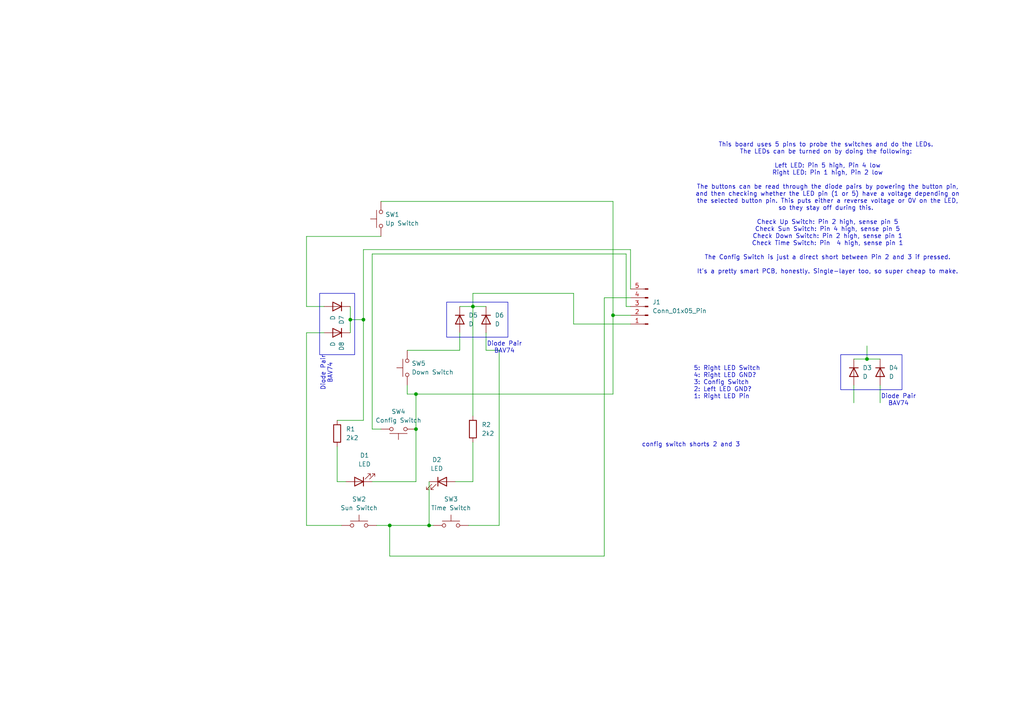
<source format=kicad_sch>
(kicad_sch (version 20231120) (generator "eeschema") (generator_version "8.0")
  (paper "A4")
  (lib_symbols
    (symbol "Connector:Conn_01x05_Pin" (pin_names (offset 1.016) hide)
      (property "Reference" "J" (at 0 7.62 0))
      (property "Value" "Conn_01x05_Pin" (at 0 -7.62 0))
      (symbol "Conn_01x05_Pin_1_1"
        (polyline (pts (xy 1.27 -5.08) (xy 0.8636 -5.08)) (stroke (width 0.1524)))
        (polyline (pts (xy 1.27 -2.54) (xy 0.8636 -2.54)) (stroke (width 0.1524)))
        (polyline (pts (xy 1.27 0) (xy 0.8636 0)) (stroke (width 0.1524)))
        (polyline (pts (xy 1.27 2.54) (xy 0.8636 2.54)) (stroke (width 0.1524)))
        (polyline (pts (xy 1.27 5.08) (xy 0.8636 5.08)) (stroke (width 0.1524)))
        (rectangle (start 0.8636 -4.953) (end 0 -5.207) (stroke (width 0.1524)) (fill (type outline)))
        (rectangle (start 0.8636 -2.413) (end 0 -2.667) (stroke (width 0.1524)) (fill (type outline)))
        (rectangle (start 0.8636 0.127) (end 0 -0.127) (stroke (width 0.1524)) (fill (type outline)))
        (rectangle (start 0.8636 2.667) (end 0 2.413) (stroke (width 0.1524)) (fill (type outline)))
        (rectangle (start 0.8636 5.207) (end 0 4.953) (stroke (width 0.1524)) (fill (type outline)))
        (pin passive line (at 5.08 5.08 180) (length 3.81) (name "Pin_1") (number "1"))
        (pin passive line (at 5.08 2.54 180) (length 3.81) (name "Pin_2") (number "2"))
        (pin passive line (at 5.08 0 180) (length 3.81) (name "Pin_3") (number "3"))
        (pin passive line (at 5.08 -2.54 180) (length 3.81) (name "Pin_4") (number "4"))
        (pin passive line (at 5.08 -5.08 180) (length 3.81) (name "Pin_5") (number "5"))
      )
    )
    (symbol "Device:D" (pin_numbers hide) (pin_names (offset 1.016) hide)
      (property "Reference" "D" (at 0 2.54 0))
      (property "Value" "D" (at 0 -2.54 0))
      (symbol "D_0_1"
        (polyline (pts (xy -1.27 1.27) (xy -1.27 -1.27)) (stroke (width 0.254)))
        (polyline (pts (xy 1.27 0) (xy -1.27 0)))
        (polyline (pts (xy 1.27 1.27) (xy 1.27 -1.27) (xy -1.27 0) (xy 1.27 1.27)) (stroke (width 0.254)))
      )
      (symbol "D_1_1"
        (pin passive line (at -3.81 0 0) (length 2.54) (name "K") (number "1"))
        (pin passive line (at 3.81 0 180) (length 2.54) (name "A") (number "2"))
      )
    )
    (symbol "Device:LED" (pin_numbers hide) (pin_names (offset 1.016) hide)
      (property "Reference" "D" (at 0 2.54 0))
      (property "Value" "LED" (at 0 -2.54 0))
      (symbol "LED_0_1"
        (polyline (pts (xy -1.27 -1.27) (xy -1.27 1.27)) (stroke (width 0.254)))
        (polyline (pts (xy -1.27 0) (xy 1.27 0)))
        (polyline (pts (xy 1.27 -1.27) (xy 1.27 1.27) (xy -1.27 0) (xy 1.27 -1.27)) (stroke (width 0.254)))
        (polyline (pts (xy -3.048 -0.762) (xy -4.572 -2.286) (xy -3.81 -2.286) (xy -4.572 -2.286) (xy -4.572 -1.524)))
        (polyline (pts (xy -1.778 -0.762) (xy -3.302 -2.286) (xy -2.54 -2.286) (xy -3.302 -2.286) (xy -3.302 -1.524)))
      )
      (symbol "LED_1_1"
        (pin passive line (at -3.81 0 0) (length 2.54) (name "K") (number "1"))
        (pin passive line (at 3.81 0 180) (length 2.54) (name "A") (number "2"))
      )
    )
    (symbol "Device:R" (pin_numbers hide) (pin_names (offset 0))
      (property "Reference" "R" (at 2.032 0 90))
      (property "Value" "R" (at 0 0 90))
      (symbol "R_0_1"
        (rectangle (start -1.016 -2.54) (end 1.016 2.54) (stroke (width 0.254)))
      )
      (symbol "R_1_1"
        (pin passive line (at 0 3.81 270) (length 1.27) (name "~") (number "1"))
        (pin passive line (at 0 -3.81 90) (length 1.27) (name "~") (number "2"))
      )
    )
    (symbol "Switch:SW_Push" (pin_numbers hide) (pin_names (offset 1.016) hide)
      (property "Reference" "SW" (at 1.27 2.54 0))
      (property "Value" "SW_Push" (at 0 -1.524 0))
      (symbol "SW_Push_0_1"
        (circle (center -2.032 0) (radius 0.508))
        (polyline (pts (xy 0 1.27) (xy 0 3.048)))
        (polyline (pts (xy 2.54 1.27) (xy -2.54 1.27)))
        (circle (center 2.032 0) (radius 0.508))
        (pin passive line (at -5.08 0 0) (length 2.54) (name "1") (number "1"))
        (pin passive line (at 5.08 0 180) (length 2.54) (name "2") (number "2"))
      )
    )
  )
  (junction (at 177.8 91.44))
  (junction (at 120.65 124.46))
  (junction (at 101.6 92.71))
  (junction (at 251.46 104.14))
  (junction (at 120.65 114.3))
  (junction (at 105.41 92.71))
  (junction (at 113.03 152.4))
  (junction (at 124.46 152.4))
  (junction (at 137.16 88.9))
  (wire (pts (xy 118.11 114.3) (xy 120.65 114.3)))
  (wire (pts (xy 166.37 93.98) (xy 182.88 93.98)))
  (wire (pts (xy 251.46 104.14) (xy 255.27 104.14)))
  (wire (pts (xy 124.46 152.4) (xy 124.46 139.7)))
  (wire (pts (xy 137.16 88.9) (xy 137.16 120.65)))
  (wire (pts (xy 247.65 111.76) (xy 247.65 116.84)))
  (wire (pts (xy 113.03 152.4) (xy 113.03 161.29)))
  (wire (pts (xy 177.8 91.44) (xy 177.8 114.3)))
  (wire (pts (xy 113.03 152.4) (xy 124.46 152.4)))
  (wire (pts (xy 175.26 86.36) (xy 182.88 86.36)))
  (wire (pts (xy 118.11 111.76) (xy 118.11 114.3)))
  (wire (pts (xy 107.95 139.7) (xy 120.65 139.7)))
  (wire (pts (xy 133.35 96.52) (xy 133.35 101.6)))
  (wire (pts (xy 97.79 139.7) (xy 100.33 139.7)))
  (wire (pts (xy 133.35 88.9) (xy 137.16 88.9)))
  (wire (pts (xy 175.26 161.29) (xy 175.26 86.36)))
  (wire (pts (xy 144.78 152.4) (xy 144.78 101.6)))
  (wire (pts (xy 105.41 72.39) (xy 182.88 72.39)))
  (wire (pts (xy 166.37 93.98) (xy 166.37 85.09)))
  (wire (pts (xy 182.88 91.44) (xy 177.8 91.44)))
  (wire (pts (xy 137.16 128.27) (xy 137.16 139.7)))
  (wire (pts (xy 105.41 92.71) (xy 101.6 92.71)))
  (wire (pts (xy 137.16 88.9) (xy 140.97 88.9)))
  (wire (pts (xy 135.89 152.4) (xy 144.78 152.4)))
  (wire (pts (xy 110.49 68.58) (xy 88.9 68.58)))
  (wire (pts (xy 181.61 73.66) (xy 107.95 73.66)))
  (wire (pts (xy 93.98 96.52) (xy 88.9 96.52)))
  (wire (pts (xy 88.9 96.52) (xy 88.9 152.4)))
  (wire (pts (xy 247.65 104.14) (xy 251.46 104.14)))
  (wire (pts (xy 140.97 101.6) (xy 144.78 101.6)))
  (wire (pts (xy 251.46 100.33) (xy 251.46 104.14)))
  (wire (pts (xy 113.03 161.29) (xy 175.26 161.29)))
  (wire (pts (xy 255.27 111.76) (xy 255.27 116.84)))
  (wire (pts (xy 181.61 88.9) (xy 182.88 88.9)))
  (wire (pts (xy 137.16 85.09) (xy 137.16 88.9)))
  (wire (pts (xy 109.22 152.4) (xy 113.03 152.4)))
  (wire (pts (xy 137.16 139.7) (xy 132.08 139.7)))
  (wire (pts (xy 101.6 88.9) (xy 101.6 92.71)))
  (wire (pts (xy 182.88 72.39) (xy 182.88 83.82)))
  (wire (pts (xy 120.65 114.3) (xy 177.8 114.3)))
  (wire (pts (xy 120.65 114.3) (xy 120.65 124.46)))
  (wire (pts (xy 125.73 152.4) (xy 124.46 152.4)))
  (wire (pts (xy 107.95 124.46) (xy 110.49 124.46)))
  (wire (pts (xy 97.79 121.92) (xy 105.41 121.92)))
  (wire (pts (xy 181.61 73.66) (xy 181.61 88.9)))
  (wire (pts (xy 101.6 92.71) (xy 101.6 96.52)))
  (wire (pts (xy 97.79 129.54) (xy 97.79 139.7)))
  (wire (pts (xy 88.9 152.4) (xy 99.06 152.4)))
  (wire (pts (xy 93.98 88.9) (xy 88.9 88.9)))
  (wire (pts (xy 88.9 68.58) (xy 88.9 88.9)))
  (wire (pts (xy 177.8 58.42) (xy 110.49 58.42)))
  (wire (pts (xy 120.65 139.7) (xy 120.65 124.46)))
  (wire (pts (xy 118.11 101.6) (xy 133.35 101.6)))
  (wire (pts (xy 107.95 73.66) (xy 107.95 124.46)))
  (wire (pts (xy 105.41 72.39) (xy 105.41 92.71)))
  (wire (pts (xy 177.8 91.44) (xy 177.8 58.42)))
  (wire (pts (xy 105.41 92.71) (xy 105.41 121.92)))
  (wire (pts (xy 140.97 96.52) (xy 140.97 101.6)))
  (wire (pts (xy 166.37 85.09) (xy 137.16 85.09)))
  (rectangle (start 102.87 85.09) (end 92.71 102.87))
  (rectangle (start 129.54 87.63) (end 147.32 97.79))
  (rectangle (start 243.84 102.87) (end 261.62 113.03))
  (text "Diode Pair\nBAV74" (at 94.742 108.204 90) (effects (font (size 1.27 1.27))))
  (text "5: Right LED Switch\n4: Right LED GND?\n3: Config Switch\n2: Left LED GND?\n1: Right LED Pin" (at 201.168 110.998 0) (effects (font (size 1.27 1.27)) (justify left)))
  (text "Diode Pair\nBAV74" (at 260.604 116.078 0) (effects (font (size 1.27 1.27))))
  (text "config switch shorts 2 and 3" (at 200.406 129.032 0) (effects (font (size 1.27 1.27))))
  (text "This board uses 5 pins to probe the switches and do the LEDs. \nThe LEDs can be turned on by doing the following: \n\nLeft LED: Pin 5 high, Pin 4 low\nRight LED: Pin 1 high, Pin 2 low\n\nThe buttons can be read through the diode pairs by powering the button pin,\nand then checking whether the LED pin (1 or 5) have a voltage depending on\nthe selected button pin. This puts either a reverse voltage or 0V on the LED,\nso they stay off during this. \n\nCheck Up Switch: Pin 2 high, sense pin 5\nCheck Sun Switch: Pin 4 high, sense pin 5\nCheck Down Switch: Pin 2 high, sense pin 1\nCheck Time Switch: Pin  4 high, sense pin 1\n\nThe Config Switch is just a direct short between Pin 2 and 3 if pressed.\n\nIt's a pretty smart PCB, honestly. Single-layer too, so super cheap to make." (at 240.03 60.452 0) (effects (font (size 1.27 1.27))))
  (text "Diode Pair\nBAV74" (at 146.304 100.838 0) (effects (font (size 1.27 1.27))))
  (symbol (lib_id "Device:D") (at 140.97 92.71 270) (unit 1)
    (property "Reference" "D6" (at 143.51 91.4399 90) (effects (justify left)))
    (property "Value" "D" (at 143.51 93.9799 90) (effects (justify left)))
    (property "Description" "Diode" (effects (hide yes)))
    (property "Sim.Device" "D" (effects (hide yes)))
    (property "Sim.Pins" "1=K 2=A" (effects (hide yes)))
  )
  (symbol (lib_id "Switch:SW_Push") (at 115.57 124.46 180) (unit 1)
    (property "Reference" "SW4" (at 115.57 119.38 0))
    (property "Value" "Config Switch" (at 115.57 121.92 0))
    (property "Description" "Push button switch, generic, two pins" (effects (hide yes)))
  )
  (symbol (lib_id "Device:D") (at 247.65 107.95 270) (unit 1)
    (property "Reference" "D3" (at 250.19 106.6799 90) (effects (justify left)))
    (property "Value" "D" (at 250.19 109.2199 90) (effects (justify left)))
    (property "Description" "Diode" (effects (hide yes)))
    (property "Sim.Device" "D" (effects (hide yes)))
    (property "Sim.Pins" "1=K 2=A" (effects (hide yes)))
  )
  (symbol (lib_id "Device:LED") (at 128.27 139.7 0) (unit 1)
    (property "Reference" "D2" (at 126.6825 133.35 0))
    (property "Value" "LED" (at 126.6825 135.89 0))
    (property "Description" "Light emitting diode" (effects (hide yes)))
  )
  (symbol (lib_id "Device:D") (at 97.79 96.52 180) (unit 1)
    (property "Reference" "D8" (at 99.0601 99.06 90) (effects (justify left)))
    (property "Value" "D" (at 96.5201 99.06 90) (effects (justify left)))
    (property "Description" "Diode" (effects (hide yes)))
    (property "Sim.Device" "D" (effects (hide yes)))
    (property "Sim.Pins" "1=K 2=A" (effects (hide yes)))
  )
  (symbol (lib_id "Device:R") (at 97.79 125.73 0) (unit 1)
    (property "Reference" "R1" (at 100.33 124.4599 0) (effects (justify left)))
    (property "Value" "2k2" (at 100.33 126.9999 0) (effects (justify left)))
    (property "Description" "Resistor" (effects (hide yes)))
  )
  (symbol (lib_id "Switch:SW_Push") (at 104.14 152.4 0) (unit 1)
    (property "Reference" "SW2" (at 104.14 144.78 0))
    (property "Value" "Sun Switch" (at 104.14 147.32 0))
    (property "Description" "Push button switch, generic, two pins" (effects (hide yes)))
  )
  (symbol (lib_id "Device:R") (at 137.16 124.46 0) (unit 1)
    (property "Reference" "R2" (at 139.7 123.1899 0) (effects (justify left)))
    (property "Value" "2k2" (at 139.7 125.7299 0) (effects (justify left)))
    (property "Description" "Resistor" (effects (hide yes)))
  )
  (symbol (lib_id "Device:D") (at 133.35 92.71 270) (unit 1)
    (property "Reference" "D5" (at 135.89 91.4399 90) (effects (justify left)))
    (property "Value" "D" (at 135.89 93.9799 90) (effects (justify left)))
    (property "Description" "Diode" (effects (hide yes)))
    (property "Sim.Device" "D" (effects (hide yes)))
    (property "Sim.Pins" "1=K 2=A" (effects (hide yes)))
  )
  (symbol (lib_id "Switch:SW_Push") (at 118.11 106.68 90) (unit 1)
    (property "Reference" "SW5" (at 119.38 105.4099 90) (effects (justify right)))
    (property "Value" "Down Switch" (at 119.38 107.9499 90) (effects (justify right)))
    (property "Description" "Push button switch, generic, two pins" (effects (hide yes)))
  )
  (symbol (lib_id "Device:D") (at 255.27 107.95 270) (unit 1)
    (property "Reference" "D4" (at 257.81 106.6799 90) (effects (justify left)))
    (property "Value" "D" (at 257.81 109.2199 90) (effects (justify left)))
    (property "Description" "Diode" (effects (hide yes)))
    (property "Sim.Device" "D" (effects (hide yes)))
    (property "Sim.Pins" "1=K 2=A" (effects (hide yes)))
  )
  (symbol (lib_id "Connector:Conn_01x05_Pin") (at 187.96 88.9 180) (unit 1)
    (property "Reference" "J1" (at 189.23 87.6299 0) (effects (justify right)))
    (property "Value" "Conn_01x05_Pin" (at 189.23 90.1699 0) (effects (justify right)))
    (property "Description" "Generic connector, single row, 01x05, script generated" (effects (hide yes)))
  )
  (symbol (lib_id "Switch:SW_Push") (at 130.81 152.4 0) (unit 1)
    (property "Reference" "SW3" (at 130.81 144.78 0))
    (property "Value" "Time Switch" (at 130.81 147.32 0))
    (property "Description" "Push button switch, generic, two pins" (effects (hide yes)))
  )
  (symbol (lib_id "Device:D") (at 97.79 88.9 180) (unit 1)
    (property "Reference" "D7" (at 99.0601 91.44 90) (effects (justify left)))
    (property "Value" "D" (at 96.5201 91.44 90) (effects (justify left)))
    (property "Description" "Diode" (effects (hide yes)))
    (property "Sim.Device" "D" (effects (hide yes)))
    (property "Sim.Pins" "1=K 2=A" (effects (hide yes)))
  )
  (symbol (lib_id "Device:LED") (at 104.14 139.7 180) (unit 1)
    (property "Reference" "D1" (at 105.7275 132.08 0))
    (property "Value" "LED" (at 105.7275 134.62 0))
    (property "Description" "Light emitting diode" (effects (hide yes)))
  )
  (symbol (lib_id "Switch:SW_Push") (at 110.49 63.5 90) (unit 1)
    (property "Reference" "SW1" (at 111.76 62.2299 90) (effects (justify right)))
    (property "Value" "Up Switch" (at 111.76 64.7699 90) (effects (justify right)))
    (property "Description" "Push button switch, generic, two pins" (effects (hide yes)))
  )
)
</source>
